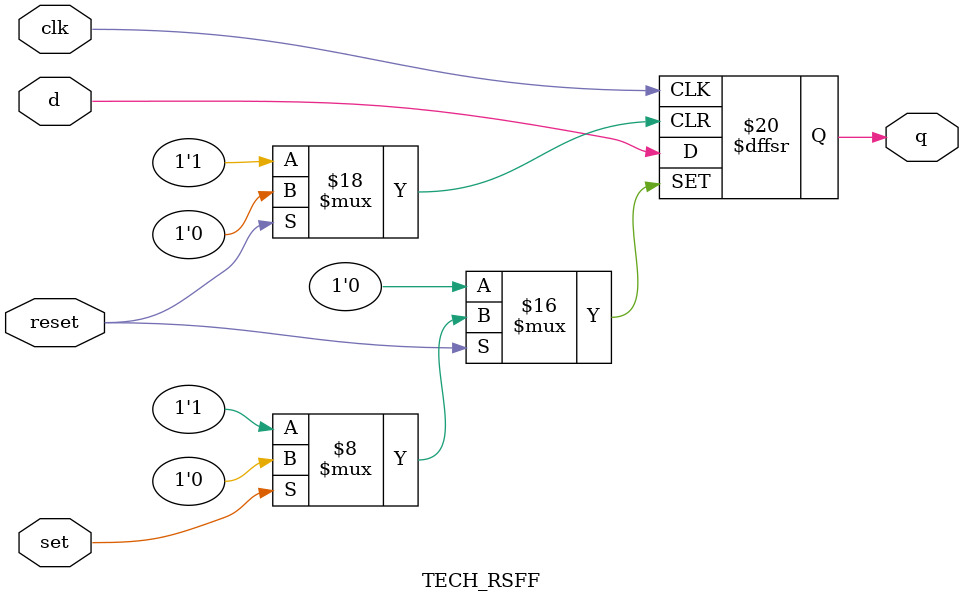
<source format=v>
/* 
Copyright (C) 2009-2010 Parvez Ahmad
Written by Parvez Ahmad <parvez_ahmad@yahoo.co.uk>.

This program is free software: you can redistribute it and/or modify
it under the terms of the GNU General Public License as published by
the Free Software Foundation; either version 3 of the License, or
(at your option) any later version.

This program is distributed in the hope that it will be useful,
but WITHOUT ANY WARRANTY; without even the implied warranty of
MERCHANTABILITY or FITNESS FOR A PARTICULAR PURPOSE.  See the
GNU General Public License for more details.

You should have received a copy of the GNU General Public License
along with this program.  If not, see <http://www.gnu.org/licenses/>.  */

module TECH_RSFF(input d, clk, reset, set, output reg q);
always @(posedge clk or negedge reset or negedge set) 
    if(!reset)
	    q <= 0;
	else if(!set)
	    q <= 1;
	else	
        q <= d;
endmodule



</source>
